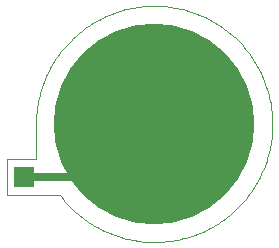
<source format=gtl>
G75*
%MOIN*%
%OFA0B0*%
%FSLAX25Y25*%
%IPPOS*%
%LPD*%
%AMOC8*
5,1,8,0,0,1.08239X$1,22.5*
%
%ADD10C,0.00000*%
%ADD11C,0.66929*%
%ADD12R,0.06693X0.06693*%
%ADD13C,0.02500*%
D10*
X0005593Y0016998D02*
X0005593Y0028809D01*
X0015436Y0028809D01*
X0015436Y0040620D01*
X0023310Y0016998D02*
X0005593Y0016998D01*
X0023310Y0016998D02*
X0023899Y0016233D01*
X0024506Y0015482D01*
X0025131Y0014747D01*
X0025775Y0014027D01*
X0026435Y0013324D01*
X0027113Y0012636D01*
X0027807Y0011966D01*
X0028518Y0011312D01*
X0029245Y0010677D01*
X0029986Y0010059D01*
X0030743Y0009459D01*
X0031514Y0008879D01*
X0032300Y0008317D01*
X0033098Y0007775D01*
X0033910Y0007253D01*
X0034735Y0006751D01*
X0035571Y0006269D01*
X0036419Y0005807D01*
X0037278Y0005367D01*
X0038148Y0004948D01*
X0039027Y0004550D01*
X0039916Y0004174D01*
X0040814Y0003820D01*
X0041721Y0003488D01*
X0042635Y0003178D01*
X0043557Y0002891D01*
X0044485Y0002627D01*
X0045420Y0002385D01*
X0046360Y0002167D01*
X0047306Y0001971D01*
X0048255Y0001799D01*
X0049209Y0001650D01*
X0050166Y0001524D01*
X0051126Y0001422D01*
X0052088Y0001344D01*
X0053052Y0001289D01*
X0054017Y0001258D01*
X0054982Y0001250D01*
X0055948Y0001267D01*
X0056912Y0001306D01*
X0057875Y0001370D01*
X0058837Y0001457D01*
X0059796Y0001567D01*
X0060752Y0001702D01*
X0061704Y0001859D01*
X0062652Y0002040D01*
X0063596Y0002244D01*
X0064534Y0002471D01*
X0065467Y0002721D01*
X0066393Y0002994D01*
X0067312Y0003289D01*
X0068223Y0003607D01*
X0069127Y0003947D01*
X0070021Y0004309D01*
X0070907Y0004693D01*
X0071783Y0005099D01*
X0072649Y0005525D01*
X0073504Y0005974D01*
X0074348Y0006442D01*
X0075180Y0006932D01*
X0076000Y0007441D01*
X0076807Y0007971D01*
X0077601Y0008520D01*
X0078381Y0009089D01*
X0079147Y0009676D01*
X0079898Y0010282D01*
X0080635Y0010907D01*
X0081355Y0011549D01*
X0082060Y0012209D01*
X0082749Y0012885D01*
X0083420Y0013579D01*
X0084074Y0014288D01*
X0084711Y0015014D01*
X0085330Y0015755D01*
X0085931Y0016511D01*
X0086512Y0017281D01*
X0087075Y0018065D01*
X0087618Y0018863D01*
X0088142Y0019674D01*
X0088645Y0020498D01*
X0089129Y0021334D01*
X0089591Y0022181D01*
X0090033Y0023039D01*
X0090453Y0023908D01*
X0090852Y0024787D01*
X0091230Y0025676D01*
X0091585Y0026574D01*
X0091918Y0027480D01*
X0092229Y0028393D01*
X0092518Y0029315D01*
X0092784Y0030243D01*
X0093027Y0031177D01*
X0093247Y0032117D01*
X0093444Y0033062D01*
X0093617Y0034011D01*
X0093768Y0034965D01*
X0093895Y0035922D01*
X0093998Y0036882D01*
X0094078Y0037844D01*
X0094134Y0038807D01*
X0094167Y0039772D01*
X0094176Y0040738D01*
X0094161Y0041703D01*
X0094123Y0042667D01*
X0094061Y0043631D01*
X0093975Y0044592D01*
X0093866Y0045551D01*
X0093733Y0046508D01*
X0093577Y0047460D01*
X0093398Y0048409D01*
X0093195Y0049353D01*
X0092970Y0050291D01*
X0092721Y0051224D01*
X0092450Y0052150D01*
X0092156Y0053070D01*
X0091839Y0053982D01*
X0091500Y0054886D01*
X0091140Y0055781D01*
X0090757Y0056667D01*
X0090353Y0057544D01*
X0089927Y0058411D01*
X0089480Y0059266D01*
X0089013Y0060111D01*
X0088525Y0060944D01*
X0088016Y0061764D01*
X0087488Y0062572D01*
X0086940Y0063367D01*
X0086372Y0064148D01*
X0085786Y0064915D01*
X0085181Y0065667D01*
X0084558Y0066404D01*
X0083917Y0067126D01*
X0083258Y0067832D01*
X0082582Y0068521D01*
X0081890Y0069194D01*
X0081181Y0069849D01*
X0080457Y0070487D01*
X0079717Y0071107D01*
X0078962Y0071709D01*
X0078192Y0072291D01*
X0077409Y0072855D01*
X0076612Y0073400D01*
X0075801Y0073925D01*
X0074978Y0074429D01*
X0074143Y0074914D01*
X0073297Y0075378D01*
X0072439Y0075820D01*
X0071571Y0076242D01*
X0070692Y0076643D01*
X0069804Y0077021D01*
X0068907Y0077378D01*
X0068002Y0077713D01*
X0067088Y0078025D01*
X0066168Y0078315D01*
X0065240Y0078582D01*
X0064306Y0078827D01*
X0063367Y0079048D01*
X0062422Y0079246D01*
X0061473Y0079421D01*
X0060519Y0079573D01*
X0059562Y0079702D01*
X0058603Y0079806D01*
X0057641Y0079888D01*
X0056677Y0079946D01*
X0055713Y0079980D01*
X0054747Y0079990D01*
X0053782Y0079977D01*
X0052817Y0079940D01*
X0051854Y0079879D01*
X0050892Y0079795D01*
X0049933Y0079687D01*
X0048977Y0079556D01*
X0048024Y0079401D01*
X0047075Y0079223D01*
X0046131Y0079022D01*
X0045192Y0078798D01*
X0044259Y0078551D01*
X0043332Y0078281D01*
X0042412Y0077988D01*
X0041499Y0077673D01*
X0040595Y0077336D01*
X0039699Y0076976D01*
X0038812Y0076595D01*
X0037935Y0076192D01*
X0037068Y0075768D01*
X0036211Y0075322D01*
X0035366Y0074856D01*
X0034533Y0074369D01*
X0033711Y0073862D01*
X0032903Y0073335D01*
X0032107Y0072788D01*
X0031325Y0072221D01*
X0030558Y0071636D01*
X0029804Y0071032D01*
X0029066Y0070410D01*
X0028344Y0069770D01*
X0027637Y0069113D01*
X0026946Y0068438D01*
X0026273Y0067747D01*
X0025616Y0067039D01*
X0024977Y0066315D01*
X0024356Y0065576D01*
X0023754Y0064822D01*
X0023170Y0064053D01*
X0022604Y0063271D01*
X0022059Y0062474D01*
X0021533Y0061665D01*
X0021027Y0060843D01*
X0020541Y0060009D01*
X0020076Y0059163D01*
X0019632Y0058306D01*
X0019209Y0057438D01*
X0018807Y0056560D01*
X0018427Y0055673D01*
X0018069Y0054776D01*
X0017733Y0053871D01*
X0017419Y0052958D01*
X0017128Y0052038D01*
X0016859Y0051111D01*
X0016614Y0050177D01*
X0016391Y0049238D01*
X0016191Y0048294D01*
X0016015Y0047344D01*
X0015861Y0046391D01*
X0015732Y0045435D01*
X0015625Y0044475D01*
X0015542Y0043513D01*
X0015483Y0042550D01*
X0015448Y0041585D01*
X0015436Y0040620D01*
D11*
X0054806Y0040620D03*
D12*
X0011499Y0022904D03*
D13*
X0011693Y0023000D01*
X0037193Y0023000D01*
X0054443Y0040250D01*
X0054806Y0040620D01*
M02*

</source>
